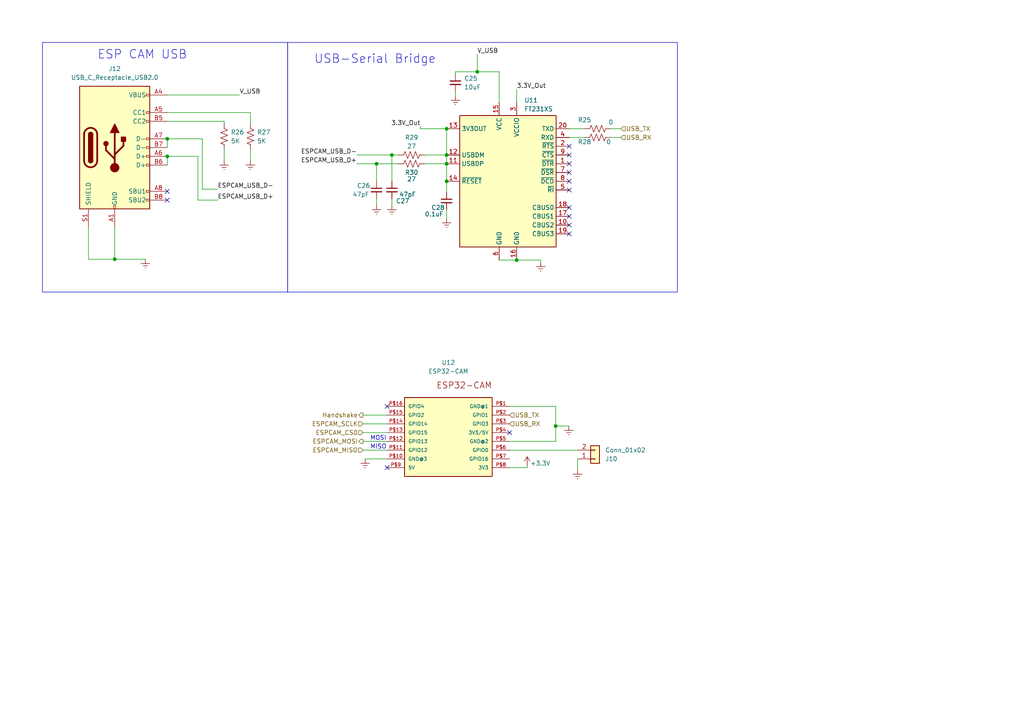
<source format=kicad_sch>
(kicad_sch (version 20230121) (generator eeschema)
  (paper "A4")
  (lib_symbols
    (symbol "Connector:USB_C_Receptacle_USB2.0" (pin_names (offset 1.016))
      (property "Reference" "J" (at -10.16 19.05 0))
      (property "Value" "USB_C_Receptacle_USB2.0" (at 19.05 19.05 0))
      (symbol "USB_C_Receptacle_USB2.0_0_0"
        (rectangle (start -0.254 -17.78) (end 0.254 -16.764))
        (rectangle (start 10.16 -14.986) (end 9.144 -15.494))
        (rectangle (start 10.16 -12.446) (end 9.144 -12.954))
        (rectangle (start 10.16 -4.826) (end 9.144 -5.334))
        (rectangle (start 10.16 -2.286) (end 9.144 -2.794))
        (rectangle (start 10.16 0.254) (end 9.144 -0.254))
        (rectangle (start 10.16 2.794) (end 9.144 2.286))
        (rectangle (start 10.16 7.874) (end 9.144 7.366))
        (rectangle (start 10.16 10.414) (end 9.144 9.906))
        (rectangle (start 10.16 15.494) (end 9.144 14.986))
      )
      (symbol "USB_C_Receptacle_USB2.0_0_1"
        (rectangle (start -10.16 17.78) (end 10.16 -17.78) (stroke (width 0.254)) (fill (type background)))
        (arc (start -8.89 -3.81) (mid -6.985 -5.7067) (end -5.08 -3.81) (stroke (width 0.508)))
        (arc (start -7.62 -3.81) (mid -6.985 -4.4423) (end -6.35 -3.81) (stroke (width 0.254)))
        (arc (start -7.62 -3.81) (mid -6.985 -4.4423) (end -6.35 -3.81) (stroke (width 0.254)) (fill (type outline)))
        (rectangle (start -7.62 -3.81) (end -6.35 3.81) (stroke (width 0.254)) (fill (type outline)))
        (arc (start -6.35 3.81) (mid -6.985 4.4423) (end -7.62 3.81) (stroke (width 0.254)))
        (arc (start -6.35 3.81) (mid -6.985 4.4423) (end -7.62 3.81) (stroke (width 0.254)) (fill (type outline)))
        (arc (start -5.08 3.81) (mid -6.985 5.7067) (end -8.89 3.81) (stroke (width 0.508)))
        (circle (center -2.54 1.143) (radius 0.635) (stroke (width 0.254)) (fill (type outline)))
        (circle (center 0 -5.842) (radius 1.27) (fill (type outline)))
        (polyline (pts (xy -8.89 -3.81) (xy -8.89 3.81)) (stroke (width 0.508)))
        (polyline (pts (xy -5.08 3.81) (xy -5.08 -3.81)) (stroke (width 0.508)))
        (polyline (pts (xy 0 -5.842) (xy 0 4.318)) (stroke (width 0.508)))
        (polyline (pts (xy 0 -3.302) (xy -2.54 -0.762) (xy -2.54 0.508)) (stroke (width 0.508)))
        (polyline (pts (xy 0 -2.032) (xy 2.54 0.508) (xy 2.54 1.778)) (stroke (width 0.508)))
        (polyline (pts (xy -1.27 4.318) (xy 0 6.858) (xy 1.27 4.318) (xy -1.27 4.318)) (stroke (width 0.254)) (fill (type outline)))
        (rectangle (start 1.905 1.778) (end 3.175 3.048) (stroke (width 0.254)) (fill (type outline)))
      )
      (symbol "USB_C_Receptacle_USB2.0_1_1"
        (pin passive line (at 0 -22.86 90) (length 5.08) (name "GND") (number "A1"))
        (pin passive line (at 0 -22.86 90) (length 5.08) hide (name "GND") (number "A12"))
        (pin passive line (at 15.24 15.24 180) (length 5.08) (name "VBUS") (number "A4"))
        (pin bidirectional line (at 15.24 10.16 180) (length 5.08) (name "CC1") (number "A5"))
        (pin bidirectional line (at 15.24 -2.54 180) (length 5.08) (name "D+") (number "A6"))
        (pin bidirectional line (at 15.24 2.54 180) (length 5.08) (name "D-") (number "A7"))
        (pin bidirectional line (at 15.24 -12.7 180) (length 5.08) (name "SBU1") (number "A8"))
        (pin passive line (at 15.24 15.24 180) (length 5.08) hide (name "VBUS") (number "A9"))
        (pin passive line (at 0 -22.86 90) (length 5.08) hide (name "GND") (number "B1"))
        (pin passive line (at 0 -22.86 90) (length 5.08) hide (name "GND") (number "B12"))
        (pin passive line (at 15.24 15.24 180) (length 5.08) hide (name "VBUS") (number "B4"))
        (pin bidirectional line (at 15.24 7.62 180) (length 5.08) (name "CC2") (number "B5"))
        (pin bidirectional line (at 15.24 -5.08 180) (length 5.08) (name "D+") (number "B6"))
        (pin bidirectional line (at 15.24 0 180) (length 5.08) (name "D-") (number "B7"))
        (pin bidirectional line (at 15.24 -15.24 180) (length 5.08) (name "SBU2") (number "B8"))
        (pin passive line (at 15.24 15.24 180) (length 5.08) hide (name "VBUS") (number "B9"))
        (pin passive line (at -7.62 -22.86 90) (length 5.08) (name "SHIELD") (number "S1"))
      )
    )
    (symbol "Connector_Generic:Conn_01x02" (pin_names (offset 1.016) hide)
      (property "Reference" "J" (at 0 2.54 0))
      (property "Value" "Conn_01x02" (at 0 -5.08 0))
      (symbol "Conn_01x02_1_1"
        (rectangle (start -1.27 -2.413) (end 0 -2.667) (stroke (width 0.1524)))
        (rectangle (start -1.27 0.127) (end 0 -0.127) (stroke (width 0.1524)))
        (rectangle (start -1.27 1.27) (end 1.27 -3.81) (stroke (width 0.254)) (fill (type background)))
        (pin passive line (at -5.08 0 0) (length 3.81) (name "Pin_1") (number "1"))
        (pin passive line (at -5.08 -2.54 0) (length 3.81) (name "Pin_2") (number "2"))
      )
    )
    (symbol "Device:C_Small" (pin_numbers hide) (pin_names (offset 0.254) hide)
      (property "Reference" "C" (at 0.254 1.778 0))
      (property "Value" "C_Small" (at 0.254 -2.032 0))
      (symbol "C_Small_0_1"
        (polyline (pts (xy -1.524 -0.508) (xy 1.524 -0.508)) (stroke (width 0.3302)))
        (polyline (pts (xy -1.524 0.508) (xy 1.524 0.508)) (stroke (width 0.3048)))
      )
      (symbol "C_Small_1_1"
        (pin passive line (at 0 2.54 270) (length 2.032) (name "~") (number "1"))
        (pin passive line (at 0 -2.54 90) (length 2.032) (name "~") (number "2"))
      )
    )
    (symbol "Device:R_US" (pin_numbers hide) (pin_names (offset 0))
      (property "Reference" "R" (at 2.54 0 90))
      (property "Value" "R_US" (at -2.54 0 90))
      (symbol "R_US_0_1"
        (polyline (pts (xy 0 -2.286) (xy 0 -2.54)))
        (polyline (pts (xy 0 2.286) (xy 0 2.54)))
        (polyline (pts (xy 0 -0.762) (xy 1.016 -1.143) (xy 0 -1.524) (xy -1.016 -1.905) (xy 0 -2.286)))
        (polyline (pts (xy 0 0.762) (xy 1.016 0.381) (xy 0 0) (xy -1.016 -0.381) (xy 0 -0.762)))
        (polyline (pts (xy 0 2.286) (xy 1.016 1.905) (xy 0 1.524) (xy -1.016 1.143) (xy 0 0.762)))
      )
      (symbol "R_US_1_1"
        (pin passive line (at 0 3.81 270) (length 1.27) (name "~") (number "1"))
        (pin passive line (at 0 -3.81 90) (length 1.27) (name "~") (number "2"))
      )
    )
    (symbol "ESP32-CAM:ESP32-CAM" (pin_names (offset 1.016))
      (property "Reference" "U" (at 0 0 0))
      (property "Value" "ESP32-CAM" (at 0 0 0))
      (symbol "ESP32-CAM_0_0"
        (rectangle (start -12.7 -10.16) (end 12.7 12.7) (stroke (width 0.254)) (fill (type background)))
        (text "ESP32-CAM" (at -12.7 15.24 0) (effects (font (size 1.778 1.778)) (justify left bottom)))
        (pin bidirectional line (at -17.78 10.16 0) (length 5.08) (name "GND@1") (number "P$1"))
        (pin bidirectional line (at 17.78 -5.08 180) (length 5.08) (name "GND@3") (number "P$10"))
        (pin bidirectional line (at 17.78 -2.54 180) (length 5.08) (name "GPIO12") (number "P$11"))
        (pin bidirectional line (at 17.78 0 180) (length 5.08) (name "GPIO13") (number "P$12"))
        (pin bidirectional line (at 17.78 2.54 180) (length 5.08) (name "GPIO15") (number "P$13"))
        (pin bidirectional line (at 17.78 5.08 180) (length 5.08) (name "GPIO14") (number "P$14"))
        (pin bidirectional line (at 17.78 7.62 180) (length 5.08) (name "GPIO2") (number "P$15"))
        (pin bidirectional line (at 17.78 10.16 180) (length 5.08) (name "GPIO4") (number "P$16"))
        (pin bidirectional line (at -17.78 7.62 0) (length 5.08) (name "GPIO1") (number "P$2"))
        (pin bidirectional line (at -17.78 5.08 0) (length 5.08) (name "GPIO3") (number "P$3"))
        (pin bidirectional line (at -17.78 2.54 0) (length 5.08) (name "3V3/5V") (number "P$4"))
        (pin bidirectional line (at -17.78 0 0) (length 5.08) (name "GND@2") (number "P$5"))
        (pin bidirectional line (at -17.78 -2.54 0) (length 5.08) (name "GPIO0") (number "P$6"))
        (pin bidirectional line (at -17.78 -5.08 0) (length 5.08) (name "GPIO16") (number "P$7"))
        (pin bidirectional line (at -17.78 -7.62 0) (length 5.08) (name "3V3") (number "P$8"))
        (pin bidirectional line (at 17.78 -7.62 180) (length 5.08) (name "5V") (number "P$9"))
      )
    )
    (symbol "Interface_USB:FT231XS"
      (property "Reference" "U" (at -13.97 20.32 0))
      (property "Value" "FT231XS" (at 7.62 20.32 0))
      (symbol "FT231XS_0_1"
        (rectangle (start -13.97 19.05) (end 13.97 -19.05) (stroke (width 0.254)) (fill (type background)))
      )
      (symbol "FT231XS_1_1"
        (pin output line (at 17.78 5.08 180) (length 3.81) (name "~{DTR}") (number "1"))
        (pin bidirectional line (at 17.78 -12.7 180) (length 3.81) (name "CBUS2") (number "10"))
        (pin bidirectional line (at -17.78 5.08 0) (length 3.81) (name "USBDP") (number "11"))
        (pin bidirectional line (at -17.78 7.62 0) (length 3.81) (name "USBDM") (number "12"))
        (pin power_out line (at -17.78 15.24 0) (length 3.81) (name "3V3OUT") (number "13"))
        (pin input line (at -17.78 0 0) (length 3.81) (name "~{RESET}") (number "14"))
        (pin power_in line (at -2.54 22.86 270) (length 3.81) (name "VCC") (number "15"))
        (pin power_in line (at 2.54 -22.86 90) (length 3.81) (name "GND") (number "16"))
        (pin bidirectional line (at 17.78 -10.16 180) (length 3.81) (name "CBUS1") (number "17"))
        (pin bidirectional line (at 17.78 -7.62 180) (length 3.81) (name "CBUS0") (number "18"))
        (pin bidirectional line (at 17.78 -15.24 180) (length 3.81) (name "CBUS3") (number "19"))
        (pin output line (at 17.78 10.16 180) (length 3.81) (name "~{RTS}") (number "2"))
        (pin output line (at 17.78 15.24 180) (length 3.81) (name "TXD") (number "20"))
        (pin power_in line (at 2.54 22.86 270) (length 3.81) (name "VCCIO") (number "3"))
        (pin input line (at 17.78 12.7 180) (length 3.81) (name "RXD") (number "4"))
        (pin input line (at 17.78 -2.54 180) (length 3.81) (name "~{RI}") (number "5"))
        (pin power_in line (at -2.54 -22.86 90) (length 3.81) (name "GND") (number "6"))
        (pin input line (at 17.78 2.54 180) (length 3.81) (name "~{DSR}") (number "7"))
        (pin input line (at 17.78 0 180) (length 3.81) (name "~{DCD}") (number "8"))
        (pin input line (at 17.78 7.62 180) (length 3.81) (name "~{CTS}") (number "9"))
      )
    )
    (symbol "power:+3.3V" (power) (pin_names (offset 0))
      (property "Value" "+3.3V" (at 0 3.556 0))
      (symbol "+3.3V_0_1"
        (polyline (pts (xy -0.762 1.27) (xy 0 2.54)))
        (polyline (pts (xy 0 0) (xy 0 2.54)))
        (polyline (pts (xy 0 2.54) (xy 0.762 1.27)))
      )
      (symbol "+3.3V_1_1"
        (pin power_in line (at 0 0 90) (length 0) hide (name "+3.3V") (number "1"))
      )
    )
    (symbol "power:Earth" (power) (pin_names (offset 0))
      (symbol "Earth_0_1"
        (polyline (pts (xy -0.635 -1.905) (xy 0.635 -1.905)))
        (polyline (pts (xy -0.127 -2.54) (xy 0.127 -2.54)))
        (polyline (pts (xy 0 -1.27) (xy 0 0)))
        (polyline (pts (xy 1.27 -1.27) (xy -1.27 -1.27)))
      )
      (symbol "Earth_1_1"
        (pin power_in line (at 0 0 270) (length 0) hide (name "Earth") (number "1"))
      )
    )
  )
  (junction (at 48.514 45.339))
  (junction (at 149.86 75.438))
  (junction (at 129.54 37.338))
  (junction (at 129.54 44.958))
  (junction (at 129.54 52.578))
  (junction (at 48.514 40.259))
  (junction (at 161.163 123.571))
  (junction (at 33.274 75.184))
  (junction (at 129.54 47.498))
  (junction (at 138.43 20.828))
  (junction (at 109.22 47.498))
  (junction (at 113.665 44.958))
  (no_connect (at 48.514 55.499))
  (no_connect (at 112.268 117.856))
  (no_connect (at 165.1 67.818))
  (no_connect (at 147.828 125.476))
  (no_connect (at 165.1 52.578))
  (no_connect (at 165.1 65.278))
  (no_connect (at 165.1 44.958))
  (no_connect (at 165.1 60.198))
  (no_connect (at 165.1 47.498))
  (no_connect (at 165.1 50.038))
  (no_connect (at 48.514 58.039))
  (no_connect (at 112.268 135.636))
  (no_connect (at 165.1 62.738))
  (no_connect (at 165.1 42.418))
  (no_connect (at 165.1 55.118))
  (wire (pts (xy 33.274 75.184) (xy 42.164 75.184)))
  (wire (pts (xy 177.165 37.338) (xy 180.086 37.338)))
  (wire (pts (xy 156.845 75.438) (xy 156.845 76.073)))
  (wire (pts (xy 123.19 47.498) (xy 129.54 47.498)))
  (wire (pts (xy 132.08 20.828) (xy 138.43 20.828)))
  (wire (pts (xy 105.283 128.016) (xy 112.268 128.016)))
  (wire (pts (xy 161.163 123.571) (xy 161.163 128.016)))
  (wire (pts (xy 109.22 47.498) (xy 115.57 47.498)))
  (wire (pts (xy 72.644 46.609) (xy 72.644 43.434)))
  (wire (pts (xy 65.024 35.179) (xy 65.024 35.814)))
  (wire (pts (xy 113.665 59.563) (xy 113.665 57.658)))
  (wire (pts (xy 129.54 37.338) (xy 129.54 44.958)))
  (wire (pts (xy 129.54 55.753) (xy 129.54 52.578)))
  (wire (pts (xy 103.505 44.958) (xy 113.665 44.958)))
  (wire (pts (xy 103.505 47.498) (xy 109.22 47.498)))
  (wire (pts (xy 57.404 45.339) (xy 48.514 45.339)))
  (wire (pts (xy 65.024 43.434) (xy 65.024 46.609)))
  (wire (pts (xy 57.404 58.039) (xy 57.404 45.339)))
  (wire (pts (xy 58.674 54.864) (xy 63.119 54.864)))
  (wire (pts (xy 165.1 37.338) (xy 169.545 37.338)))
  (wire (pts (xy 132.08 20.828) (xy 132.08 21.463)))
  (wire (pts (xy 161.163 117.856) (xy 161.163 123.571)))
  (wire (pts (xy 152.908 135.001) (xy 152.908 135.636)))
  (wire (pts (xy 105.283 130.556) (xy 112.268 130.556)))
  (wire (pts (xy 58.674 40.259) (xy 58.674 54.864)))
  (wire (pts (xy 129.54 44.958) (xy 129.54 47.498)))
  (wire (pts (xy 165.1 39.878) (xy 169.545 39.878)))
  (wire (pts (xy 129.54 63.373) (xy 129.54 60.833)))
  (wire (pts (xy 48.514 45.339) (xy 48.514 47.879)))
  (wire (pts (xy 113.665 44.958) (xy 113.665 52.578)))
  (wire (pts (xy 149.86 25.908) (xy 149.86 29.718)))
  (wire (pts (xy 109.22 52.578) (xy 109.22 47.498)))
  (wire (pts (xy 48.514 40.259) (xy 58.674 40.259)))
  (wire (pts (xy 105.283 125.476) (xy 112.268 125.476)))
  (wire (pts (xy 113.665 44.958) (xy 115.57 44.958)))
  (wire (pts (xy 48.514 35.179) (xy 65.024 35.179)))
  (wire (pts (xy 72.644 32.639) (xy 72.644 35.814)))
  (wire (pts (xy 152.908 135.636) (xy 147.828 135.636)))
  (wire (pts (xy 156.845 75.438) (xy 149.86 75.438)))
  (wire (pts (xy 138.43 20.828) (xy 144.78 20.828)))
  (wire (pts (xy 48.514 27.559) (xy 69.469 27.559)))
  (wire (pts (xy 132.08 26.543) (xy 132.08 27.813)))
  (wire (pts (xy 33.274 65.659) (xy 33.274 75.184)))
  (wire (pts (xy 48.514 32.639) (xy 72.644 32.639)))
  (wire (pts (xy 167.513 130.556) (xy 147.828 130.556)))
  (wire (pts (xy 138.43 15.748) (xy 138.43 20.828)))
  (wire (pts (xy 129.54 37.338) (xy 121.92 37.338)))
  (wire (pts (xy 105.283 122.936) (xy 112.268 122.936)))
  (wire (pts (xy 164.973 123.571) (xy 161.163 123.571)))
  (wire (pts (xy 48.514 40.259) (xy 48.514 42.799)))
  (wire (pts (xy 105.283 120.396) (xy 112.268 120.396)))
  (wire (pts (xy 177.165 39.878) (xy 180.086 39.878)))
  (wire (pts (xy 123.19 44.958) (xy 129.54 44.958)))
  (wire (pts (xy 167.513 136.271) (xy 167.513 133.096)))
  (wire (pts (xy 121.92 37.338) (xy 121.92 36.703)))
  (wire (pts (xy 144.78 20.828) (xy 144.78 29.718)))
  (wire (pts (xy 147.828 117.856) (xy 161.163 117.856)))
  (wire (pts (xy 144.78 75.438) (xy 149.86 75.438)))
  (wire (pts (xy 161.163 128.016) (xy 147.828 128.016)))
  (wire (pts (xy 63.119 58.039) (xy 57.404 58.039)))
  (wire (pts (xy 109.22 59.563) (xy 109.22 57.658)))
  (wire (pts (xy 105.918 133.096) (xy 112.268 133.096)))
  (wire (pts (xy 129.54 47.498) (xy 129.54 52.578)))
  (wire (pts (xy 25.654 65.659) (xy 25.654 75.184)))
  (wire (pts (xy 25.654 75.184) (xy 33.274 75.184)))
  (rectangle (start 83.439 12.319) (end 196.469 84.709))
  (rectangle (start 12.319 12.319) (end 83.439 84.709))
  (text "MOSI" (at 112.141 127.889 0) (effects (font (size 1.27 1.27)) (justify right bottom)))
  (text "USB-Serial Bridge" (at 91.059 18.669 0) (effects (font (size 2.5 2.5)) (justify left bottom)))
  (text "ESP CAM USB" (at 28.194 17.399 0) (effects (font (size 2.5 2.5)) (justify left bottom)))
  (text "MISO" (at 112.141 130.429 0) (effects (font (size 1.27 1.27)) (justify right bottom)))
  (label "3.3V_Out" (at 149.86 25.908 0))
  (label "ESPCAM_USB_D+" (at 63.119 58.039 0))
  (label "V_USB" (at 69.469 27.559 0))
  (label "ESPCAM_USB_D-" (at 63.119 54.864 0))
  (label "V_USB" (at 138.43 15.748 0))
  (label "3.3V_Out" (at 121.92 36.703 180))
  (label "ESPCAM_USB_D-" (at 103.505 44.958 180))
  (label "ESPCAM_USB_D+" (at 103.505 47.498 180))
  (hierarchical_label "USB_RX" (shape input) (at 180.086 39.878 0))
  (hierarchical_label "ESPCAM_MISO" (shape input) (at 105.283 130.556 180))
  (hierarchical_label "USB_TX" (shape input) (at 147.828 120.396 0))
  (hierarchical_label "USB_RX" (shape input) (at 147.828 122.936 0))
  (hierarchical_label "Handshake" (shape output) (at 105.283 120.396 180))
  (hierarchical_label "USB_TX" (shape input) (at 180.086 37.338 0))
  (hierarchical_label "ESPCAM_MOSI" (shape output) (at 105.283 128.016 180))
  (hierarchical_label "ESPCAM_SCLK" (shape input) (at 105.283 122.936 180))
  (hierarchical_label "ESPCAM_CS0" (shape input) (at 105.283 125.476 180))
  (symbol (lib_id "power:+3.3V") (at 152.908 135.001 0) (mirror y) (unit 1)
    (property "Reference" "#PWR0105" (effects hide))
    (property "Value" "+3.3V" (at 156.718 134.366 0))
  )
  (symbol (lib_id "power:Earth") (at 113.665 59.563 0) (unit 1)
    (property "Reference" "#PWR098" (effects hide))
    (property "Value" "Earth" (effects hide))
  )
  (symbol (lib_id "power:Earth") (at 167.513 136.271 0) (unit 1)
    (property "Reference" "#PWR0104" (effects hide))
    (property "Value" "Earth" (effects hide))
  )
  (symbol (lib_id "Connector:USB_C_Receptacle_USB2.0") (at 33.274 42.799 0) (unit 1)
    (property "Reference" "J12" (at 33.274 19.939 0))
    (property "Value" "USB_C_Receptacle_USB2.0" (at 33.274 22.479 0))
    (property "Footprint" "Connector_USB:USB_C_Receptacle_GCT_USB4105-xx-A_16P_TopMnt_Horizontal" (effects hide))
    (property "Datasheet" "https://www.usb.org/sites/default/files/documents/usb_type-c.zip" (effects hide))
  )
  (symbol (lib_id "power:Earth") (at 164.973 123.571 0) (mirror y) (unit 1)
    (property "Reference" "#PWR0102" (effects hide))
    (property "Value" "Earth" (effects hide))
  )
  (symbol (lib_id "Device:C_Small") (at 129.54 58.293 0) (unit 1)
    (property "Reference" "C28" (at 125.095 60.198 0) (effects (justify left)))
    (property "Value" "0.1uF" (at 123.19 62.103 0) (effects (justify left)))
    (property "Footprint" "Capacitor_SMD:C_0402_1005Metric" (effects hide))
  )
  (symbol (lib_id "Device:C_Small") (at 113.665 55.118 0) (mirror y) (unit 1)
    (property "Reference" "C27" (at 118.745 58.293 0) (effects (justify left)))
    (property "Value" "47pF" (at 120.65 56.388 0) (effects (justify left)))
    (property "Footprint" "Capacitor_SMD:C_0402_1005Metric" (effects hide))
  )
  (symbol (lib_id "power:Earth") (at 129.54 63.373 0) (unit 1)
    (property "Reference" "#PWR099" (effects hide))
    (property "Value" "Earth" (effects hide))
  )
  (symbol (lib_id "power:Earth") (at 156.845 76.073 0) (unit 1)
    (property "Reference" "#PWR0101" (effects hide))
    (property "Value" "Earth" (effects hide))
  )
  (symbol (lib_id "Interface_USB:FT231XS") (at 147.32 52.578 0) (unit 1)
    (property "Reference" "U11" (at 152.0541 29.083 0) (effects (justify left)))
    (property "Value" "FT231XS" (at 152.0541 31.623 0) (effects (justify left)))
    (property "Footprint" "Package_SO:SSOP-20_3.9x8.7mm_P0.635mm" (effects hide))
    (property "Datasheet" "https://www.ftdichip.com/Support/Documents/DataSheets/ICs/DS_FT231X.pdf" (effects hide))
  )
  (symbol (lib_id "Device:C_Small") (at 132.08 24.003 0) (unit 1)
    (property "Reference" "C25" (at 134.62 22.7393 0) (effects (justify left)))
    (property "Value" "10uF" (at 134.62 25.2793 0) (effects (justify left)))
    (property "Footprint" "Capacitor_SMD:C_0402_1005Metric" (effects hide))
  )
  (symbol (lib_id "power:Earth") (at 109.22 59.563 0) (unit 1)
    (property "Reference" "#PWR097" (effects hide))
    (property "Value" "Earth" (effects hide))
  )
  (symbol (lib_id "power:Earth") (at 65.024 46.609 0) (unit 1)
    (property "Reference" "#PWR095" (effects hide))
    (property "Value" "Earth" (effects hide))
  )
  (symbol (lib_id "Device:R_US") (at 119.38 44.958 90) (unit 1)
    (property "Reference" "R29" (at 119.38 39.878 90))
    (property "Value" "27" (at 119.38 42.418 90))
    (property "Footprint" "Resistor_SMD:R_0402_1005Metric" (effects hide))
  )
  (symbol (lib_id "Connector_Generic:Conn_01x02") (at 172.593 133.096 0) (mirror x) (unit 1)
    (property "Reference" "J10" (at 175.514 133.096 0) (effects (justify left)))
    (property "Value" "Conn_01x02" (at 175.514 130.556 0) (effects (justify left)))
    (property "Footprint" "Connector_PinHeader_2.54mm:PinHeader_1x02_P2.54mm_Vertical" (effects hide))
  )
  (symbol (lib_id "ESP32-CAM:ESP32-CAM") (at 130.048 128.016 0) (mirror y) (unit 1)
    (property "Reference" "U12" (at 130.048 105.156 0))
    (property "Value" "ESP32-CAM" (at 130.048 107.696 0))
    (property "Footprint" "ESP32CAM:ESP32-CAM" (effects hide))
    (property "MF" "AI-Thinker" (effects hide))
    (property "Description" "\nESP32 ESP32 Transceiver; 802.11 a/b/g/n (Wi-Fi, WiFi, WLAN), Bluetooth® Smart 4.x Low Energy (BLE) Evaluation Board\n" (effects hide))
    (property "Package" "None" (effects hide))
    (property "Price" "None" (effects hide))
    (property "SnapEDA_Link" "https://www.snapeda.com/parts/ESP32-CAM/AI-Thinker/view-part/?ref=snap" (effects hide))
    (property "MP" "ESP32-CAM" (effects hide))
    (property "Availability" "Not in stock" (effects hide))
    (property "Check_prices" "https://www.snapeda.com/parts/ESP32-CAM/AI-Thinker/view-part/?ref=eda" (effects hide))
  )
  (symbol (lib_id "Device:R_US") (at 72.644 39.624 0) (unit 1)
    (property "Reference" "R27" (at 74.549 38.354 0) (effects (justify left)))
    (property "Value" "5K" (at 74.549 40.894 0) (effects (justify left)))
    (property "Footprint" "Resistor_SMD:R_0402_1005Metric" (effects hide))
  )
  (symbol (lib_id "Device:C_Small") (at 109.22 55.118 0) (unit 1)
    (property "Reference" "C26" (at 103.505 53.848 0) (effects (justify left)))
    (property "Value" "47pF" (at 102.235 56.388 0) (effects (justify left)))
    (property "Footprint" "Capacitor_SMD:C_0402_1005Metric" (effects hide))
  )
  (symbol (lib_id "power:Earth") (at 132.08 27.813 0) (unit 1)
    (property "Reference" "#PWR094" (effects hide))
    (property "Value" "Earth" (effects hide))
  )
  (symbol (lib_id "Device:R_US") (at 119.38 47.498 270) (unit 1)
    (property "Reference" "R30" (at 119.38 50.038 90))
    (property "Value" "27" (at 119.38 51.943 90))
    (property "Footprint" "Resistor_SMD:R_0402_1005Metric" (effects hide))
  )
  (symbol (lib_id "power:Earth") (at 42.164 75.184 0) (unit 1)
    (property "Reference" "#PWR0100" (effects hide))
    (property "Value" "Earth" (effects hide))
  )
  (symbol (lib_id "Device:R_US") (at 173.355 39.878 270) (unit 1)
    (property "Reference" "R28" (at 169.545 41.148 90))
    (property "Value" "0" (at 176.53 41.148 90))
    (property "Footprint" "Resistor_SMD:R_0402_1005Metric" (effects hide))
  )
  (symbol (lib_id "Device:R_US") (at 65.024 39.624 0) (unit 1)
    (property "Reference" "R26" (at 66.929 38.354 0) (effects (justify left)))
    (property "Value" "5K" (at 66.929 40.894 0) (effects (justify left)))
    (property "Footprint" "Resistor_SMD:R_0402_1005Metric" (effects hide))
  )
  (symbol (lib_id "power:Earth") (at 72.644 46.609 0) (unit 1)
    (property "Reference" "#PWR096" (effects hide))
    (property "Value" "Earth" (effects hide))
  )
  (symbol (lib_id "power:Earth") (at 105.918 133.096 0) (mirror y) (unit 1)
    (property "Reference" "#PWR0103" (effects hide))
    (property "Value" "Earth" (effects hide))
  )
  (symbol (lib_id "Device:R_US") (at 173.355 37.338 90) (unit 1)
    (property "Reference" "R25" (at 169.545 34.798 90))
    (property "Value" "0" (at 177.165 35.433 90))
    (property "Footprint" "Resistor_SMD:R_0402_1005Metric" (effects hide))
  )
)
</source>
